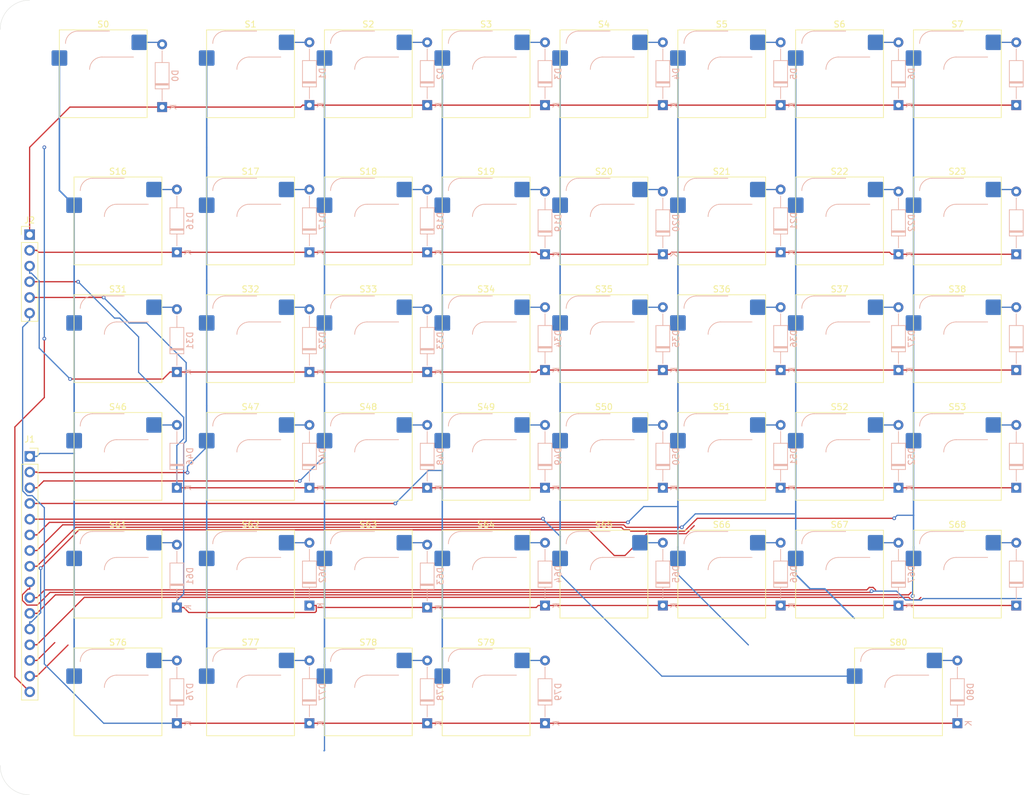
<source format=kicad_pcb>
(kicad_pcb (version 20240108) (generator "pcbnew") (generator_version "8.0")
  (title_block (title "Matrix Board 0") (date "2024-10-04") (rev "0") (company "Psycho Duck"))
  (layers (0 "F.Cu" signal) (31 "B.Cu" signal) (34 "B.Paste" user) (35 "F.Paste" user) (36 "B.SilkS" user "B.Silkscreen") (37 "F.SilkS" user "F.Silkscreen") (38 "B.Mask" user) (39 "F.Mask" user) (44 "Edge.Cuts" user))
  (net 0 "")
  (net 1 "/Row0")
  (net 2 "Net-(D1-A)")
  (net 3 "/Row1")
  (net 4 "Net-(D2-A)")
  (net 5 "Net-(D3-A)")
  (net 6 "/Row2")
  (net 7 "/Row3")
  (net 8 "Net-(D4-A)")
  (net 9 "/Row4")
  (net 10 "Net-(D5-A)")
  (net 11 "/Row5")
  (net 12 "Net-(D6-A)")
  (net 13 "Net-(D7-A)")
  (net 14 "Net-(D16-A)")
  (net 15 "Net-(D17-A)")
  (net 16 "Net-(D18-A)")
  (net 17 "Net-(D19-A)")
  (net 18 "Net-(D20-A)")
  (net 19 "Net-(D21-A)")
  (net 20 "Net-(D22-A)")
  (net 21 "Net-(D23-A)")
  (net 22 "Net-(D31-A)")
  (net 23 "Net-(D32-A)")
  (net 24 "Net-(D33-A)")
  (net 25 "Net-(D34-A)")
  (net 26 "Net-(D35-A)")
  (net 27 "Net-(D36-A)")
  (net 28 "Net-(D37-A)")
  (net 29 "Net-(D38-A)")
  (net 30 "Net-(D46-A)")
  (net 31 "Net-(D47-A)")
  (net 32 "Net-(D48-A)")
  (net 33 "Net-(D49-A)")
  (net 34 "Net-(D50-A)")
  (net 35 "Net-(D51-A)")
  (net 36 "Net-(D52-A)")
  (net 37 "Net-(D53-A)")
  (net 38 "Net-(D61-A)")
  (net 39 "Net-(D62-A)")
  (net 40 "Net-(D63-A)")
  (net 41 "Net-(D64-A)")
  (net 42 "Net-(D65-A)")
  (net 43 "Net-(D66-A)")
  (net 44 "Net-(D67-A)")
  (net 45 "Net-(D68-A)")
  (net 46 "Net-(D76-A)")
  (net 47 "Net-(D77-A)")
  (net 48 "Net-(D78-A)")
  (net 49 "Net-(D79-A)")
  (net 50 "Net-(D80-A)")
  (net 51 "/Col8")
  (net 52 "/Col14")
  (net 53 "/Col7")
  (net 54 "/Col9")
  (net 55 "/Col11")
  (net 56 "/Col6")
  (net 57 "/Col15")
  (net 58 "/Col13")
  (net 59 "/Col10")
  (net 60 "/Col1")
  (net 61 "/Col5")
  (net 62 "/Col4")
  (net 63 "/Col12")
  (net 64 "/Col0")
  (net 65 "/Col3")
  (net 66 "/Col2")
  (net 67 "Net-(D0-A)")
  (footprint "ScottoKeebs_Hotswap:Hotswap_MX_1.00u" (layer "F.Cu") (at 132.65625 119.22125)
    (property "Reference" "S66")
    (property "Value" "Keyswitch")
  )
  (footprint "ScottoKeebs_Hotswap:Hotswap_MX_1.00u" (layer "F.Cu") (at 151.70625 100.17125)
    (property "Reference" "S52")
    (property "Value" "Keyswitch")
  )
  (footprint "ScottoKeebs_Hotswap:Hotswap_MX_1.00u" (layer "F.Cu") (at 161.23125 138.27125)
    (property "Reference" "S80")
    (property "Value" "Keyswitch")
  )
  (footprint "ScottoKeebs_Hotswap:Hotswap_MX_1.00u" (layer "F.Cu") (at 75.50625 38.25875)
    (property "Reference" "S2")
    (property "Value" "Keyswitch")
  )
  (footprint "ScottoKeebs_Hotswap:Hotswap_MX_1.00u" (layer "F.Cu") (at 56.45625 119.22125)
    (property "Reference" "S62")
    (property "Value" "Keyswitch")
  )
  (footprint "ScottoKeebs_Hotswap:Hotswap_MX_1.00u" (layer "F.Cu") (at 35.02495 119.22125)
    (property "Reference" "S61")
    (property "Value" "Keyswitch")
  )
  (footprint "ScottoKeebs_Hotswap:Hotswap_MX_1.00u" (layer "F.Cu") (at 35.02495 100.17125)
    (property "Reference" "S46")
    (property "Value" "Keyswitch")
  )
  (footprint "ScottoKeebs_Hotswap:Hotswap_MX_1.00u" (layer "F.Cu") (at 35.02495 62.07125)
    (property "Reference" "S16")
    (property "Value" "Keyswitch")
  )
  (footprint "Connector_PinHeader_2.54mm:PinHeader_1x06_P2.54mm_Vertical" (layer "F.Cu") (at 20.73745 64.29375)
    (property "Reference" "J2")
    (property "Value" "Conn_01x06")
  )
  (footprint "ScottoKeebs_Hotswap:Hotswap_MX_1.00u" (layer "F.Cu") (at 35.02495 81.12125)
    (property "Reference" "S31")
    (property "Value" "Keyswitch")
  )
  (footprint "ScottoKeebs_Hotswap:Hotswap_MX_1.00u" (layer "F.Cu") (at 56.45625 38.25875)
    (property "Reference" "S1")
    (property "Value" "Keyswitch")
  )
  (footprint "ScottoKeebs_Hotswap:Hotswap_MX_1.00u" (layer "F.Cu") (at 151.70625 119.22125)
    (property "Reference" "S67")
    (property "Value" "Keyswitch")
  )
  (footprint "ScottoKeebs_Hotswap:Hotswap_MX_1.00u" (layer "F.Cu") (at 75.50625 138.27125)
    (property "Reference" "S78")
    (property "Value" "Keyswitch")
  )
  (footprint "ScottoKeebs_Hotswap:Hotswap_MX_1.00u" (layer "F.Cu") (at 170.75625 81.12125)
    (property "Reference" "S38")
    (property "Value" "Keyswitch")
  )
  (footprint "ScottoKeebs_Hotswap:Hotswap_MX_1.00u" (layer "F.Cu") (at 56.45625 81.12125)
    (property "Reference" "S32")
    (property "Value" "Keyswitch")
  )
  (footprint "ScottoKeebs_Hotswap:Hotswap_MX_1.00u" (layer "F.Cu") (at 170.75625 100.17125)
    (property "Reference" "S53")
    (property "Value" "Keyswitch")
  )
  (footprint "ScottoKeebs_Hotswap:Hotswap_MX_1.00u" (layer "F.Cu") (at 113.60625 38.25875)
    (property "Reference" "S4")
    (property "Value" "Keyswitch")
  )
  (footprint "ScottoKeebs_Hotswap:Hotswap_MX_1.00u" (layer "F.Cu") (at 132.65625 38.25875)
    (property "Reference" "S5")
    (property "Value" "Keyswitch")
  )
  (footprint "ScottoKeebs_Hotswap:Hotswap_MX_1.00u" (layer "F.Cu") (at 94.55625 100.17125)
    (property "Reference" "S49")
    (property "Value" "Keyswitch")
  )
  (footprint "ScottoKeebs_Hotswap:Hotswap_MX_1.00u" (layer "F.Cu") (at 132.65625 100.17125)
    (property "Reference" "S51")
    (property "Value" "Keyswitch")
  )
  (footprint "ScottoKeebs_Hotswap:Hotswap_MX_1.00u" (layer "F.Cu") (at 132.65625 62.07125)
    (property "Reference" "S21")
    (property "Value" "Keyswitch")
  )
  (footprint "ScottoKeebs_Hotswap:Hotswap_MX_1.00u" (layer "F.Cu") (at 113.60625 100.17125)
    (property "Reference" "S50")
    (property "Value" "Keyswitch")
  )
  (footprint "ScottoKeebs_Hotswap:Hotswap_MX_1.00u" (layer "F.Cu") (at 75.50625 62.07125)
    (property "Reference" "S18")
    (property "Value" "Keyswitch")
  )
  (footprint "ScottoKeebs_Hotswap:Hotswap_MX_1.00u" (layer "F.Cu") (at 170.75625 38.25875)
    (property "Reference" "S7")
    (property "Value" "Keyswitch")
  )
  (footprint "ScottoKeebs_Hotswap:Hotswap_MX_1.00u" (layer "F.Cu") (at 94.55625 119.22125)
    (property "Reference" "S64")
    (property "Value" "Keyswitch")
  )
  (footprint "ScottoKeebs_Hotswap:Hotswap_MX_1.00u" (layer "F.Cu") (at 75.50625 81.12125)
    (property "Reference" "S33")
    (property "Value" "Keyswitch")
  )
  (footprint "ScottoKeebs_Hotswap:Hotswap_MX_1.00u" (layer "F.Cu") (at 151.70625 38.25875)
    (property "Reference" "S6")
    (property "Value" "Keyswitch")
  )
  (footprint "ScottoKeebs_Hotswap:Hotswap_MX_1.00u" (layer "F.Cu") (at 94.55625 138.27125)
    (property "Reference" "S79")
    (property "Value" "Keyswitch")
  )
  (footprint "ScottoKeebs_Hotswap:Hotswap_MX_1.00u" (layer "F.Cu") (at 113.60625 119.22125)
    (property "Reference" "S65")
    (property "Value" "Keyswitch")
  )
  (footprint "ScottoKeebs_Hotswap:Hotswap_MX_1.00u" (layer "F.Cu") (at 56.45625 138.27125)
    (property "Reference" "S77")
    (property "Value" "Keyswitch")
  )
  (footprint "ScottoKeebs_Hotswap:Hotswap_MX_1.00u" (layer "F.Cu") (at 56.45625 62.07125)
    (property "Reference" "S17")
    (property "Value" "Keyswitch")
  )
  (footprint "ScottoKeebs_Hotswap:Hotswap_MX_1.00u" (layer "F.Cu") (at 113.60625 81.12125)
    (property "Reference" "S35")
    (property "Value" "Keyswitch")
  )
  (footprint "ScottoKeebs_Hotswap:Hotswap_MX_1.00u" (layer "F.Cu") (at 151.70625 81.12125)
    (property "Reference" "S37")
    (property "Value" "Keyswitch")
  )
  (footprint "ScottoKeebs_Hotswap:Hotswap_MX_1.00u" (layer "F.Cu") (at 94.55625 38.25875)
    (property "Reference" "S3")
    (property "Value" "Keyswitch")
  )
  (footprint "ScottoKeebs_Hotswap:Hotswap_MX_1.00u" (layer "F.Cu") (at 132.65625 81.12125)
    (property "Reference" "S36")
    (property "Value" "Keyswitch")
  )
  (footprint "ScottoKeebs_Hotswap:Hotswap_MX_1.00u" (layer "F.Cu") (at 170.75625 119.22125)
    (property "Reference" "S68")
    (property "Value" "Keyswitch")
  )
  (footprint "ScottoKeebs_Hotswap:Hotswap_MX_1.00u" (layer "F.Cu") (at 75.50625 119.22125)
    (property "Reference" "S63")
    (property "Value" "Keyswitch")
  )
  (footprint "ScottoKeebs_Hotswap:Hotswap_MX_1.00u" (layer "F.Cu") (at 75.50625 100.17125)
    (property "Reference" "S48")
    (property "Value" "Keyswitch")
  )
  (footprint "ScottoKeebs_Hotswap:Hotswap_MX_1.00u" (layer "F.Cu") (at 94.55625 81.12125)
    (property "Reference" "S34")
    (property "Value" "Keyswitch")
  )
  (footprint "ScottoKeebs_Hotswap:Hotswap_MX_1.00u" (layer "F.Cu") (at 32.64375 38.25875)
    (property "Reference" "S0")
    (property "Value" "Keyswitch")
  )
  (footprint "ScottoKeebs_Hotswap:Hotswap_MX_1.00u" (layer "F.Cu") (at 170.75625 62.07125)
    (property "Reference" "S23")
    (property "Value" "Keyswitch")
  )
  (footprint "ScottoKeebs_Hotswap:Hotswap_MX_1.00u" (layer "F.Cu") (at 94.55625 62.07125)
    (property "Reference" "S19")
    (property "Value" "Keyswitch")
  )
  (footprint "ScottoKeebs_Hotswap:Hotswap_MX_1.00u" (layer "F.Cu") (at 151.70625 62.07125)
    (property "Reference" "S22")
    (property "Value" "Keyswitch")
  )
  (footprint "ScottoKeebs_Hotswap:Hotswap_MX_1.00u" (layer "F.Cu") (at 113.60625 62.07125)
    (property "Reference" "S20")
    (property "Value" "Keyswitch")
  )
  (footprint "ScottoKeebs_Hotswap:Hotswap_MX_1.00u" (layer "F.Cu") (at 56.45625 100.17125)
    (property "Reference" "S47")
    (property "Value" "Keyswitch")
  )
  (footprint "Connector_PinSocket_2.54mm:PinSocket_1x16_P2.54mm_Vertical" (layer "F.Cu") (at 20.76245 100.17125)
    (property "Reference" "J1")
    (property "Value" "Conn_01x16")
  )
  (footprint "ScottoKeebs_Hotswap:Hotswap_MX_1.00u" (layer "F.Cu") (at 35.02495 138.27125)
    (property "Reference" "S76")
    (property "Value" "Keyswitch")
  )
  (footprint "Diode_THT:D_DO-35_SOD27_P10.16mm_Horizontal" (layer "B.Cu") (at 180.28125 43.33875 90)
    (property "Reference" "D7" (hide yes))
    (property "Value" "Diode")
  )
  (footprint "Diode_THT:D_DO-35_SOD27_P10.16mm_Horizontal" (layer "B.Cu") (at 44.54995 124.61875 90)
    (property "Reference" "D61")
    (property "Value" "Diode")
  )
  (footprint "Diode_THT:D_DO-35_SOD27_P10.16mm_Horizontal" (layer "B.Cu") (at 123.13125 105.25125 90)
    (property "Reference" "D50")
    (property "Value" "Diode")
  )
  (footprint "Diode_THT:D_DO-35_SOD27_P10.16mm_Horizontal" (layer "B.Cu") (at 65.98125 143.35125 90)
    (property "Reference" "D77")
    (property "Value" "Diode")
  )
  (footprint "Diode_THT:D_DO-35_SOD27_P10.16mm_Horizontal" (layer "B.Cu") (at 161.23125 86.20125 90)
    (property "Reference" "D37")
    (property "Value" "Diode")
  )
  (footprint "Diode_THT:D_DO-35_SOD27_P10.16mm_Horizontal" (layer "B.Cu") (at 42.16875 43.65625 90)
    (property "Reference" "D0")
    (property "Value" "Diode")
  )
  (footprint "Diode_THT:D_DO-35_SOD27_P10.16mm_Horizontal" (layer "B.Cu") (at 142.18125 43.33875 90)
    (property "Reference" "D5")
    (property "Value" "Diode")
  )
  (footprint "Diode_THT:D_DO-35_SOD27_P10.16mm_Horizontal" (layer "B.Cu") (at 170.75625 143.35125 90)
    (property "Reference" "D80")
    (property "Value" "Diode")
  )
  (footprint "Diode_THT:D_DO-35_SOD27_P10.16mm_Horizontal" (layer "B.Cu") (at 123.13125 86.20125 90)
    (property "Reference" "D35")
    (property "Value" "Diode")
  )
  (footprint "Diode_THT:D_DO-35_SOD27_P10.16mm_Horizontal" (layer "B.Cu") (at 142.18125 105.25125 90)
    (property "Reference" "D51")
    (property "Value" "Diode")
  )
  (footprint "Diode_THT:D_DO-35_SOD27_P10.16mm_Horizontal" (layer "B.Cu") (at 104.08125 67.46875 90)
    (property "Reference" "D19")
    (property "Value" "Diode")
  )
  (footprint "Diode_THT:D_DO-35_SOD27_P10.16mm_Horizontal" (layer "B.Cu") (at 104.08125 143.35125 90)
    (property "Reference" "D79")
    (property "Value" "Diode")
  )
  (footprint "Diode_THT:D_DO-35_SOD27_P10.16mm_Horizontal" (layer "B.Cu") (at 65.98125 86.51875 90)
    (property "Reference" "D32")
    (property "Value" "Diode")
  )
  (footprint "Diode_THT:D_DO-35_SOD27_P10.16mm_Horizontal" (layer "B.Cu") (at 65.98125 105.25125 90)
    (property "Reference" "D47")
    (property "Value" "Diode")
  )
  (footprint "Diode_THT:D_DO-35_SOD27_P10.16mm_Horizontal" (layer "B.Cu") (at 180.28125 67.46875 90)
    (property "Reference" "D23" (hide yes))
    (property "Value" "Diode")
  )
  (footprint "Diode_THT:D_DO-35_SOD27_P10.16mm_Horizontal" (layer "B.Cu") (at 180.28125 86.20125 90)
    (property "Reference" "D38" (hide yes))
    (property "Value" "Diode")
  )
  (footprint "Diode_THT:D_DO-35_SOD27_P10.16mm_Horizontal" (layer "B.Cu") (at 180.28125 124.30125 90)
    (property "Reference" "D68" (hide yes))
    (property "Value" "Diode")
  )
  (footprint "Diode_THT:D_DO-35_SOD27_P10.16mm_Horizontal" (layer "B.Cu") (at 180.28125 105.25125 90)
    (property "Reference" "D53" (hide yes))
    (property "Value" "Diode")
  )
  (footprint "Diode_THT:D_DO-35_SOD27_P10.16mm_Horizontal" (layer "B.Cu") (at 85.03125 143.35125 90)
    (property "Reference" "D78")
    (property "Value" "Diode")
  )
  (footprint "Diode_THT:D_DO-35_SOD27_P10.16mm_Horizontal" (layer "B.Cu") (at 142.18125 67.15125 90)
    (property "Reference" "D21")
    (property "Value" "Diode")
  )
  (footprint "Diode_THT:D_DO-35_SOD27_P10.16mm_Horizontal" (layer "B.Cu") (at 123.13125 43.33875 90)
    (property "Reference" "D4")
    (property "Value" "Diode")
  )
  (footprint "Diode_THT:D_DO-35_SOD27_P10.16mm_Horizontal" (layer "B.Cu") (at 65.98125 124.30125 90)
    (property "Reference" "D62")
    (property "Value" "Diode")
  )
  (footprint "Diode_THT:D_DO-35_SOD27_P10.16mm_Horizontal" (layer "B.Cu") (at 104.08125 105.25125 90)
    (property "Reference" "D49")
    (property "Value" "Diode")
  )
  (footprint "Diode_THT:D_DO-35_SOD27_P10.16mm_Horizontal" (layer "B.Cu") (at 161.23125 43.33875 90)
    (property "Reference" "D6")
    (property "Value" "Diode")
  )
  (footprint "Diode_THT:D_DO-35_SOD27_P10.16mm_Horizontal" (layer "B.Cu") (at 161.23125 67.46875 90)
    (property "Reference" "D22")
    (property "Value" "Diode")
  )
  (footprint "Diode_THT:D_DO-35_SOD27_P10.16mm_Horizontal" (layer "B.Cu") (at 104.08125 86.20125 90)
    (property "Reference" "D34")
    (property "Value" "Diode")
  )
  (footprint "Diode_THT:D_DO-35_SOD27_P10.16mm_Horizontal" (layer "B.Cu") (at 85.03125 124.61875 90)
    (property "Reference" "D63")
    (property "Value" "Diode")
  )
  (footprint "Diode_THT:D_DO-35_SOD27_P10.16mm_Horizontal" (layer "B.Cu") (at 44.54995 143.35125 90)
    (property "Reference" "D76")
    (property "Value" "Diode")
  )
  (footprint "Diode_THT:D_DO-35_SOD27_P10.16mm_Horizontal" (layer "B.Cu") (at 44.54995 105.25125 90)
    (property "Reference" "D46")
    (property "Value" "Diode")
  )
  (footprint "Diode_THT:D_DO-35_SOD27_P10.16mm_Horizontal" (layer "B.Cu") (at 85.03125 86.51875 90)
    (property "Reference" "D33")
    (property "Value" "Diode")
  )
  (footprint "Diode_THT:D_DO-35_SOD27_P10.16mm_Horizontal" (layer "B.Cu") (at 161.23125 105.25125 90)
    (property "Reference" "D52")
    (property "Value" "Diode")
  )
  (footprint "Diode_THT:D_DO-35_SOD27_P10.16mm_Horizontal" (layer "B.Cu") (at 142.18125 86.20125 90)
    (property "Reference" "D36")
    (property "Value" "Diode")
  )
  (footprint "Diode_THT:D_DO-35_SOD27_P10.16mm_Horizontal" (layer "B.Cu") (at 85.03125 67.15125 90)
    (property "Reference" "D18")
    (property "Value" "Diode")
  )
  (footprint "Diode_THT:D_DO-35_SOD27_P10.16mm_Horizontal" (layer "B.Cu") (at 104.08125 124.30125 90)
    (property "Reference" "D64")
    (property "Value" "Diode")
  )
  (footprint "Diode_THT:D_DO-35_SOD27_P10.16mm_Horizontal" (layer "B.Cu") (at 44.54995 67.15125 90)
    (property "Reference" "D16")
    (property "Value" "Diode")
  )
  (footprint "Diode_THT:D_DO-35_SOD27_P10.16mm_Horizontal" (layer "B.Cu") (at 65.98125 43.33875 90)
    (property "Reference" "D1")
    (property "Value" "Diode")
  )
  (footprint "Diode_THT:D_DO-35_SOD27_P10.16mm_Horizontal" (layer "B.Cu") (at 142.18125 124.30125 90)
    (property "Reference" "D66")
    (property "Value" "Diode")
  )
  (footprint "Diode_THT:D_DO-35_SOD27_P10.16mm_Horizontal" (layer "B.Cu") (at 85.03125 105.25125 90)
    (property "Reference" "D48")
    (property "Value" "Diode")
  )
  (footprint "Diode_THT:D_DO-35_SOD27_P10.16mm_Horizontal" (layer "B.Cu") (at 161.23125 124.30125 90)
    (property "Reference" "D67")
    (property "Value" "Diode")
  )
  (footprint "Diode_THT:D_DO-35_SOD27_P10.16mm_Horizontal" (layer "B.Cu") (at 44.54995 86.51875 90)
    (property "Reference" "D31")
    (property "Value" "Diode")
  )
  (footprint "Diode_THT:D_DO-35_SOD27_P10.16mm_Horizontal" (layer "B.Cu") (at 85.03125 43.33875 90)
    (property "Reference" "D2")
    (property "Value" "Diode")
  )
  (footprint "Diode_THT:D_DO-35_SOD27_P10.16mm_Horizontal" (layer "B.Cu") (at 123.13125 67.46875 90)
    (property "Reference" "D20")
    (property "Value" "Diode")
  )
  (footprint "Diode_THT:D_DO-35_SOD27_P10.16mm_Horizontal" (layer "B.Cu") (at 123.13125 124.30125 90)
    (property "Reference" "D65")
    (property "Value" "Diode")
  )
  (footprint "Diode_THT:D_DO-35_SOD27_P10.16mm_Horizontal" (layer "B.Cu") (at 65.98125 67.15125 90)
    (property "Reference" "D17")
    (property "Value" "Diode")
  )
  (footprint "Diode_THT:D_DO-35_SOD27_P10.16mm_Horizontal" (layer "B.Cu") (at 104.08125 43.33875 90)
    (property "Reference" "D3")
    (property "Value" "Diode")
  )
  (gr_arc (start 15.97495 31.115) (mid 17.369854 27.747404) (end 20.73745 26.3525) (stroke (width 0.05)) (layer "Edge.Cuts"))
  (gr_arc (start 20.73745 154.94) (mid 17.369854 153.545096) (end 15.97495 150.1775) (stroke (width 0.05)) (layer "Edge.Cuts"))
  (segment (start 64.56205 43.65625) (end 64.87955 43.33875) (width 0.2) (layer "F.Cu") (net 1))
  (segment (start 104.08125 43.33875) (end 123.13125 43.33875) (width 0.2) (layer "F.Cu") (net 1))
  (segment (start 65.98125 43.33875) (end 64.87955 43.33875) (width 0.2) (layer "F.Cu") (net 1))
  (segment (start 27.2462 43.65625) (end 20.73745 50.165) (width 0.2) (layer "F.Cu") (net 1))
  (segment (start 161.23125 43.33875) (end 180.28125 43.33875) (width 0.2) (layer "F.Cu") (net 1))
  (segment (start 85.03125 43.33875) (end 104.08125 43.33875) (width 0.2) (layer "F.Cu") (net 1))
  (segment (start 123.13125 43.33875) (end 142.18125 43.33875) (width 0.2) (layer "F.Cu") (net 1))
  (segment (start 142.18125 43.33875) (end 161.23125 43.33875) (width 0.2) (layer "F.Cu") (net 1))
  (segment (start 42.16875 43.65625) (end 64.56205 43.65625) (width 0.2) (layer "F.Cu") (net 1))
  (segment (start 20.73745 50.165) (end 20.73745 64.29375) (width 0.2) (layer "F.Cu") (net 1))
  (segment (start 42.16875 43.65625) (end 27.2462 43.65625) (width 0.2) (layer "F.Cu") (net 1))
  (segment (start 85.03125 43.33875) (end 65.98125 43.33875) (width 0.2) (layer "F.Cu") (net 1))
  (segment (start 62.29815 33.17875) (end 62.29825 33.17875) (width 0.2) (layer "B.Cu") (net 2))
  (segment (start 62.29825 33.17875) (end 65.98115 33.17875) (width 0.2) (layer "B.Cu") (net 2))
  (segment (start 65.98115 33.17875) (end 65.98125 33.17875) (width 0.2) (layer "B.Cu") (net 2))
  (segment (start 20.73745 66.83375) (end 21.88915 66.83375) (width 0.2) (layer "F.Cu") (net 3))
  (segment (start 22.20665 67.15125) (end 21.88915 66.83375) (width 0.2) (layer "F.Cu") (net 3))
  (segment (start 85.03125 67.15125) (end 102.66205 67.15125) (width 0.2) (layer "F.Cu") (net 3))
  (segment (start 142.18125 67.15125) (end 159.81205 67.15125) (width 0.2) (layer "F.Cu") (net 3))
  (segment (start 123.13125 67.46875) (end 104.08125 67.46875) (width 0.2) (layer "F.Cu") (net 3))
  (segment (start 65.98125 67.15125) (end 44.54995 67.15125) (width 0.2) (layer "F.Cu") (net 3))
  (segment (start 44.54995 67.15125) (end 22.20665 67.15125) (width 0.2) (layer "F.Cu") (net 3))
  (segment (start 161.23125 67.46875) (end 180.28125 67.46875) (width 0.2) (layer "F.Cu") (net 3))
  (segment (start 124.55045 67.15125) (end 142.18125 67.15125) (width 0.2) (layer "F.Cu") (net 3))
  (segment (start 123.13125 67.46875) (end 124.23295 67.46875) (width 0.2) (layer "F.Cu") (net 3))
  (segment (start 104.08125 67.46875) (end 102.97955 67.46875) (width 0.2) (layer "F.Cu") (net 3))
  (segment (start 65.98125 67.15125) (end 85.03125 67.15125) (width 0.2) (layer "F.Cu") (net 3))
  (segment (start 161.23125 67.46875) (end 160.12955 67.46875) (width 0.2) (layer "F.Cu") (net 3))
  (segment (start 159.81205 67.15125) (end 160.12955 67.46875) (width 0.2) (layer "F.Cu") (net 3))
  (segment (start 102.66205 67.15125) (end 102.97955 67.46875) (width 0.2) (layer "F.Cu") (net 3))
  (segment (start 124.23295 67.46875) (end 124.55045 67.15125) (width 0.2) (layer "F.Cu") (net 3))
  (segment (start 81.34815 33.17875) (end 81.34825 33.17875) (width 0.2) (layer "B.Cu") (net 4))
  (segment (start 81.34825 33.17875) (end 85.03115 33.17875) (width 0.2) (layer "B.Cu") (net 4))
  (segment (start 85.03115 33.17875) (end 85.03125 33.17875) (width 0.2) (layer "B.Cu") (net 4))
  (segment (start 100.39815 33.17875) (end 100.39825 33.17875) (width 0.2) (layer "B.Cu") (net 5))
  (segment (start 104.08115 33.17875) (end 104.08125 33.17875) (width 0.2) (layer "B.Cu") (net 5))
  (segment (start 100.39825 33.17875) (end 104.08115 33.17875) (width 0.2) (layer "B.Cu") (net 5))
  (segment (start 104.08125 86.20125) (end 102.97955 86.20125) (width 0.2) (layer "F.Cu") (net 6))
  (segment (start 161.23125 86.20125) (end 162.33295 86.20125) (width 0.2) (layer "F.Cu") (net 6))
  (segment (start 44.54995 86.51875) (end 65.98125 86.51875) (width 0.2) (layer "F.Cu") (net 6))
  (segment (start 44.54995 86.51875) (end 43.44825 86.51875) (width 0.2) (layer "F.Cu") (net 6))
  (segment (start 123.13125 86.20125) (end 142.18125 86.20125) (width 0.2) (layer "F.Cu") (net 6))
  (segment (start 102.66205 86.51875) (end 102.97955 86.20125) (width 0.2) (layer "F.Cu") (net 6))
  (segment (start 142.18125 86.20125) (end 161.23125 86.20125) (width 0.2) (layer "F.Cu") (net 6))
  (segment (start 180.28125 86.20125) (end 162.33295 86.20125) (width 0.2) (layer "F.Cu") (net 6))
  (segment (start 85.03125 86.51875) (end 102.66205 86.51875) (width 0.2) (layer "F.Cu") (net 6))
  (segment (start 104.08125 86.20125) (end 123.13125 86.20125) (width 0.2) (layer "F.Cu") (net 6))
  (segment (start 65.98125 86.51875) (end 85.03125 86.51875) (width 0.2) (layer "F.Cu") (net 6))
  (segment (start 42.31105 87.65595) (end 27.29205 87.65595) (width 0.2) (layer "F.Cu") (net 6))
  (segment (start 43.44825 86.51875) (end 42.31105 87.65595) (width 0.2) (layer "F.Cu") (net 6))
  (via (at 27.29205 87.65595) (size 0.6) (drill 0.3) (layers "F.Cu" "B.Cu") (net 6))
  (segment (start 22.29085 82.65475) (end 22.29085 71.79085) (width 0.2) (layer "B.Cu") (net 6))
  (segment (start 20.73745 69.37375) (end 20.73745 70.52545) (width 0.2) (layer "B.Cu") (net 6))
  (segment (start 21.02545 70.52545) (end 20.73745 70.52545) (width 0.2) (layer "B.Cu") (net 6))
  (segment (start 27.29205 87.65595) (end 22.29085 82.65475) (width 0.2) (layer "B.Cu") (net 6))
  (segment (start 22.29085 71.79085) (end 21.02545 70.52545) (width 0.2) (layer "B.Cu") (net 6))
  (segment (start 104.08125 105.25125) (end 123.13125 105.25125) (width 0.2) (layer "F.Cu") (net 7))
  (segment (start 161.23125 105.25125) (end 142.18125 105.25125) (width 0.2) (layer "F.Cu") (net 7))
  (segment (start 85.03125 105.25125) (end 104.08125 105.25125) (width 0.2) (layer "F.Cu") (net 7))
  (segment (start 20.73745 71.91375) (end 28.58305 71.91375) (width 0.2) (layer "F.Cu") (net 7))
  (segment (start 85.03125 105.25125) (end 65.98125 105.25125) (width 0.2) (layer "F.Cu") (net 7))
  (segment (start 65.98125 105.25125) (end 44.54995 105.25125) (width 0.2) (layer "F.Cu") (net 7))
  (segment (start 180.28125 105.25125) (end 161.23125 105.25125) (width 0.2) (layer "F.Cu") (net 7))
  (segment (start 142.18125 105.25125) (end 123.13125 105.25125) (width 0.2) (layer "F.Cu") (net 7))
  (via (at 28.58305 71.91375) (size 0.6) (drill 0.3) (layers "F.Cu" "B.Cu") (net 7))
  (segment (start 34.46725 77.79795) (end 28.58305 71.91375) (width 0.2) (layer "B.Cu") (net 7))
  (segment (start 35.31735 77.79795) (end 34.46725 77.79795) (width 0.2) (layer "B.Cu") (net 7))
  (segment (start 38.36055 80.84115) (end 35.31735 77.79795) (width 0.2) (layer "B.Cu") (net 7))
  (segment (start 45.65165 97.31375) (end 45.65165 93.85745) (width 0.2) (layer "B.Cu") (net 7))
  (segment (start 44.54995 98.41545) (end 45.65165 97.31375) (width 0.2) (layer "B.Cu") (net 7))
  (segment (start 45.65165 93.85745) (end 38.36055 86.56635) (width 0.2) (layer "B.Cu") (net 7))
  (segment (start 38.36055 86.56635) (end 38.36055 80.84115) (width 0.2) (layer "B.Cu") (net 7))
  (segment (start 44.54995 105.25125) (end 44.54995 98.41545) (width 0.2) (layer "B.Cu") (net 7))
  (segment (start 119.44795 33.17875) (end 119.44825 33.17875) (width 0.2) (layer "B.Cu") (net 8))
  (segment (start 119.44825 33.17875) (end 123.13095 33.17875) (width 0.2) (layer "B.Cu") (net 8))
  (segment (start 123.13095 33.17875) (end 123.13125 33.17875) (width 0.2) (layer "B.Cu") (net 8))
  (segment (start 180.28125 124.30125) (end 179.17955 124.30125) (width 0.2) (layer "F.Cu") (net 9))
  (segment (start 65.98125 124.30125) (end 67.08295 124.30125) (width 0.2) (layer "F.Cu") (net 9))
  (segment (start 104.08125 124.30125) (end 123.13125 124.30125) (width 0.2) (layer "F.Cu") (net 9))
  (segment (start 85.03125 124.61875) (end 83.92955 124.61875) (width 0.2) (layer "F.Cu") (net 9))
  (segment (start 44.54995 124.61875) (end 45.65165 124.61875) (width 0.2) (layer "F.Cu") (net 9))
  (segment (start 67.08295 124.60825) (end 67.09345 124.61875) (width 0.2) (layer "F.Cu") (net 9))
  (segment (start 161.23125 124.30125) (end 179.17955 124.30125) (width 0.2) (layer "F.Cu") (net 9))
  (segment (start 66.89045 125.43075) (end 46.46365 125.43075) (width 0.2) (layer "F.Cu") (net 9))
  (segment (start 83.92955 124.61875) (end 67.09345 124.61875) (width 0.2) (layer "F.Cu") (net 9))
  (segment (start 67.08295 124.30125) (end 67.08295 124.60825) (width 0.2) (layer "F.Cu") (net 9))
  (segment (start 67.09345 124.61875) (end 67.09345 125.22775) (width 0.2) (layer "F.Cu") (net 9))
  (segment (start 85.03125 124.61875) (end 102.66205 124.61875) (width 0.2) (layer "F.Cu") (net 9))
  (segment (start 104.08125 124.30125) (end 102.97955 124.30125) (width 0.2) (layer "F.Cu") (net 9))
  (segment (start 123.13125 124.30125) (end 142.18125 124.30125) (width 0.2) (layer "F.Cu") (net 9))
  (segment (start 142.18125 124.30125) (end 161.23125 124.30125) (width 0.2) (layer "F.Cu") (net 9))
  (segment (start 67.09345 125.22775) (end 66.89045 125.43075) (width 0.2) (layer "F.Cu") (net 9))
  (segment (start 102.66205 124.61875) (end 102.97955 124.30125) (width 0.2) (layer "F.Cu") (net 9))
  (segment (start 46.46365 125.43075) (end 45.65165 124.61875) (width 0.2) (layer "F.Cu") (net 9))
  (segment (start 20.73745 74.45375) (end 32.70585 74.45375) (width 0.2) (layer "F.Cu") (net 9))
  (via (at 32.70585 74.45375) (size 0.6) (drill 0.3) (layers "F.Cu" "B.Cu") (net 9))
  (segment (start 45.65165 98.08195) (end 46.05335 97.68025) (width 0.2) (layer "B.Cu") (net 9))
  (segment (start 46.05335 97.68025) (end 46.05335 85.00015) (width 0.2) (layer "B.Cu") (net 9))
  (segment (start 45.65165 122.41535) (end 45.65165 98.08195) (width 0.2) (layer "B.Cu") (net 9))
  (segment (start 39.64645 78.59325) (end 36.84535 78.59325) (width 0.2) (layer "B.Cu") (net 9))
  (segment (start 44.54995 123.51705) (end 45.65165 122.41535) (width 0.2) (layer "B.Cu") (net 9))
  (segment (start 36.84535 78.59325) (end 32.70585 74.45375) (width 0.2) (layer "B.Cu") (net 9))
  (segment (start 44.54995 124.61875) (end 44.54995 123.51705) (width 0.2) (layer "B.Cu") (net 9))
  (segment (start 46.05335 85.00015) (end 39.64645 78.59325) (width 0.2) (layer "B.Cu") (net 9))
  (segment (start 142.18095 33.17875) (end 142.18125 33.17875) (width 0.2) (layer "B.Cu") (net 10))
  (segment (start 138.49825 33.17875) (end 142.18095 33.17875) (width 0.2) (layer "B.Cu") (net 10))
  (segment (start 138.49795 33.17875) (end 138.49825 33.17875) (width 0.2) (layer "B.Cu") (net 10))
  (segment (start 170.75625 143.35125) (end 104.08125 143.35125) (width 0.2) (layer "F.Cu") (net 11))
  (segment (start 85.03125 143.35125) (end 65.98125 143.35125) (width 0.2) (layer "F.Cu") (net 11))
  (segment (start 44.54995 143.35125) (end 65.98125 143.35125) (width 0.2) (layer "F.Cu") (net 11))
  (segment (start 104.08125 143.35125) (end 85.03125 143.35125) (width 0.2) (layer "F.Cu") (net 11))
  (segment (start 23.12155 133.75465) (end 23.12155 108.48625) (width 0.2) (layer "B.Cu") (net 11))
  (segment (start 20.73745 76.99375) (end 20.73745 78.14545) (width 0.2) (layer "B.Cu") (net 11))
  (segment (start 20.38435 106.52125) (end 19.61075 105.74765) (width 0.2) (layer "B.Cu") (net 11))
  (segment (start 23.12155 108.48625) (end 21.15655 106.52125) (width 0.2) (layer "B.Cu") (net 11))
  (segment (start 19.61075 79.27215) (end 20.73745 78.14545) (width 0.2) (layer "B.Cu") (net 11))
  (segment (start 19.61075 105.74765) (end 19.61075 79.27215) (width 0.2) (layer "B.Cu") (net 11))
  (segment (start 21.15655 106.52125) (end 20.38435 106.52125) (width 0.2) (layer "B.Cu") (net 11))
  (segment (start 32.71815 143.35125) (end 23.12155 133.75465) (width 0.2) (layer "B.Cu") (net 11))
  (segment (start 44.54995 143.35125) (end 32.71815 143.35125) (width 0.2) (layer "B.Cu") (net 11))
  (segment (start 157.54795 33.17875) (end 157.54825 33.17875) (width 0.2) (layer "B.Cu") (net 12))
  (segment (start 161.23095 33.17875) (end 161.23125 33.17875) (width 0.2) (layer "B.Cu") (net 12))
  (segment (start 157.54825 33.17875) (end 161.23095 33.17875) (width 0.2) (layer "B.Cu") (net 12))
  (segment (start 176.59825 33.17875) (end 180.28095 33.17875) (width 0.2) (layer "B.Cu") (net 13))
  (segment (start 176.59795 33.17875) (end 176.59825 33.17875) (width 0.2) (layer "B.Cu") (net 13))
  (segment (start 40.86695 56.99125) (end 44.54995 56.99125) (width 0.2) (layer "B.Cu") (net 14))
  (segment (start 62.29825 56.99125) (end 65.98115 56.99125) (width 0.2) (layer "B.Cu") (net 15))
  (segment (start 65.98115 56.99125) (end 65.98125 56.99125) (width 0.2) (layer "B.Cu") (net 15))
  (segment (start 62.29815 56.99125) (end 62.29825 56.99125) (width 0.2) (layer "B.Cu") (net 15))
  (segment (start 81.34825 56.99125) (end 85.03115 56.99125) (width 0.2) (layer "B.Cu") (net 16))
  (segment (start 81.34815 56.99125) (end 81.34825 56.99125) (width 0.2) (layer "B.Cu") (net 16))
  (segment (start 85.03115 56.99125) (end 85.03125 56.99125) (width 0.2) (layer "B.Cu") (net 16))
  (segment (start 100.39825 56.99125) (end 103.76375 56.99125) (width 0.2) (layer "B.Cu") (net 17))
  (segment (start 100.39815 56.99125) (end 100.39825 56.99125) (width 0.2) (layer "B.Cu") (net 17))
  (segment (start 104.08125 57.30875) (end 104.08115 57.30875) (width 0.2) (layer "B.Cu") (net 17))
  (segment (start 103.76375 56.99125) (end 104.08115 57.30875) (width 0.2) (layer "B.Cu") (net 17))
  (segment (start 119.44825 56.99125) (end 122.81395 56.99125) (width 0.2) (layer "B.Cu") (net 18))
  (segment (start 119.44795 56.99125) (end 119.44825 56.99125) (width 0.2) (layer "B.Cu") (net 18))
  (segment (start 123.13125 57.30875) (end 123.13095 57.30875) (width 0.2) (layer "B.Cu") (net 18))
  (segment (start 122.81395 56.99125) (end 123.13095 57.30875) (width 0.2) (layer "B.Cu") (net 18))
  (segment (start 138.49795 56.99125) (end 138.49825 56.99125) (width 0.2) (layer "B.Cu") (net 19))
  (segment (start 142.18095 56.99125) (end 142.18125 56.99125) (width 0.2) (layer "B.Cu") (net 19))
  (segment (start 138.49825 56.99125) (end 142.18095 56.99125) (width 0.2) (layer "B.Cu") (net 19))
  (segment (start 157.54825 56.99125) (end 160.91395 56.99125) (width 0.2) (layer "B.Cu") (net 20))
  (segment (start 160.91395 56.99125) (end 161.23095 57.30875) (width 0.2) (layer "B.Cu") (net 20))
  (segment (start 161.23125 57.30875) (end 161.23095 57.30875) (width 0.2) (layer "B.Cu") (net 20))
  (segment (start 157.54795 56.99125) (end 157.54825 56.99125) (width 0.2) (layer "B.Cu") (net 20))
  (segment (start 176.59795 56.99125) (end 176.59825 56.99125) (width 0.2) (layer "B.Cu") (net 21))
  (segment (start 176.59825 56.99125) (end 179.96395 56.99125) (width 0.2) (layer "B.Cu") (net 21))
  (segment (start 40.86695 76.04125) (end 44.23245 76.04125) (width 0.2) (layer "B.Cu") (net 22))
  (segment (start 44.23245 76.04125) (end 44.54995 76.35875) (width 0.2) (layer "B.Cu") (net 22))
  (segment (start 65.98125 76.35875) (end 65.98115 76.35875) (width 0.2) (layer "B.Cu") (net 23))
  (segment (start 62.29815 76.04125) (end 62.29825 76.04125) (width 0.2) (layer "B.Cu") (net 23))
  (segment (start 62.29825 76.04125) (end 65.66375 76.04125) (width 0.2) (layer "B.Cu") (net 23))
  (segment (start 65.66375 76.04125) (end 65.98115 76.35875) (width 0.2) (layer "B.Cu") (net 23))
  (segment (start 85.03125 76.35875) (end 85.03115 76.35875) (width 0.2) (layer "B.Cu") (net 24))
  (segment (start 81.34815 76.04125) (end 81.34825 76.04125) (width 0.2) (layer "B.Cu") (net 24))
  (segment (start 81.34825 76.04125) (end 84.71375 76.04125) (width 0.2) (layer "B.Cu") (net 24))
  (segment (start 84.71375 76.04125) (end 85.03115 76.35875) (width 0.2) (layer "B.Cu") (net 24))
  (segment (start 104.08115 76.04125) (end 104.08125 76.04125) (width 0.2) (layer "B.Cu") (net 25))
  (segment (start 100.39815 76.04125) (end 100.39825 76.04125) (width 0.2) (layer "B.Cu") (net 25))
  (segment (start 100.39825 76.04125) (end 104.08115 76.04125) (width 0.2) (layer "B.Cu") (net 25))
  (segment (start 123.13095 76.04125) (end 123.13125 76.04125) (width 0.2) (layer "B.Cu") (net 26))
  (segment (start 119.44795 76.04125) (end 119.44825 76.04125) (width 0.2) (layer "B.Cu") (net 26))
  (segment (start 119.44825 76.04125) (end 123.13095 76.04125) (width 0.2) (layer "B.Cu") (net 26))
  (segment (start 142.18095 76.04125) (end 142.18125 76.04125) (width 0.2) (layer "B.Cu") (net 27))
  (segment (start 138.49825 76.04125) (end 142.18095 76.04125) (width 0.2) (layer "B.Cu") (net 27))
  (segment (start 138.49795 76.04125) (end 138.49825 76.04125) (width 0.2) (layer "B.Cu") (net 27))
  (segment (start 157.54825 76.04125) (end 161.23095 76.04125) (width 0.2) (layer "B.Cu") (net 28))
  (segment (start 157.54795 76.04125) (end 157.54825 76.04125) (width 0.2) (layer "B.Cu") (net 28))
  (segment (start 161.23095 76.04125) (end 161.23125 76.04125) (width 0.2) (layer "B.Cu") (net 28))
  (segment (start 176.59825 76.04125) (end 180.28095 76.04125) (width 0.2) (layer "B.Cu") (net 29))
  (segment (start 176.59795 76.04125) (end 176.59825 76.04125) (width 0.2) (layer "B.Cu") (net 29))
  (segment (start 40.86695 95.09125) (end 44.54995 95.09125) (width 0.2) (layer "B.Cu") (net 30))
  (segment (start 65.98115 95.09125) (end 65.98125 95.09125) (width 0.2) (layer "B.Cu") (net 31))
  (segment (start 62.29825 95.09125) (end 65.98115 95.09125) (width 0.2) (layer "B.Cu") (net 31))
  (segment (start 62.29815 95.09125) (end 62.29825 95.09125) (width 0.2) (layer "B.Cu") (net 31))
  (segment (start 85.03115 95.09125) (end 85.03125 95.09125) (width 0.2) (layer "B.Cu") (net 32))
  (segment (start 81.34815 95.09125) (end 81.34825 95.09125) (width 0.2) (layer "B.Cu") (net 32))
  (segment (start 81.34825 95.09125) (end 85.03115 95.09125) (width 0.2) (layer "B.Cu") (net 32))
  (segment (start 100.39825 95.09125) (end 104.08115 95.09125) (width 0.2) (layer "B.Cu") (net 33))
  (segment (start 100.39815 95.09125) (end 100.39825 95.09125) (width 0.2) (layer "B.Cu") (net 33))
  (segment (start 104.08115 95.09125) (end 104.08125 95.09125) (width 0.2) (layer "B.Cu") (net 33))
  (segment (start 119.44795 95.09125) (end 119.44825 95.09125) (width 0.2) (layer "B.Cu") (net 34))
  (segment (start 123.13095 95.09125) (end 123.13125 95.09125) (width 0.2) (layer "B.Cu") (net 34))
  (segment (start 119.44825 95.09125) (end 123.13095 95.09125) (width 0.2) (layer "B.Cu") (net 34))
  (segment (start 138.49825 95.09125) (end 142.18095 95.09125) (width 0.2) (layer "B.Cu") (net 35))
  (segment (start 138.49795 95.09125) (end 138.49825 95.09125) (width 0.2) (layer "B.Cu") (net 35))
  (segment (start 142.18095 95.09125) (end 142.18125 95.09125) (width 0.2) (layer "B.Cu") (net 35))
  (segment (start 157.54825 95.09125) (end 161.23095 95.09125) (width 0.2) (layer "B.Cu") (net 36))
  (segment (start 161.23095 95.09125) (end 161.23125 95.09125) (width 0.2) (layer "B.Cu") (net 36))
  (segment (start 157.54795 95.09125) (end 157.54825 95.09125) (width 0.2) (layer "B.Cu") (net 36))
  (segment (start 176.59795 95.09125) (end 176.59825 95.09125) (width 0.2) (layer "B.Cu") (net 37))
  (segment (start 176.59825 95.09125) (end 180.28095 95.09125) (width 0.2) (layer "B.Cu") (net 37))
  (segment (start 44.54995 114.45875) (end 44.54975 114.45895) (width 0.2) (layer "B.Cu") (net 38))
  (segment (start 44.54975 114.45895) (end 44.54995 114.45925) (width 0.2) (layer "B.Cu") (net 38))
  (segment (start 40.86695 114.14125) (end 44.23245 114.14125) (width 0.2) (layer "B.Cu") (net 38))
  (segment (start 44.23245 114.14125) (end 44.54975 114.45895) (width 0.2) (layer "B.Cu") (net 38))
  (segment (start 62.29825 114.14125) (end 65.98115 114.14125) (width 0.2) (layer "B.Cu") (net 39))
  (segment (start 65.98115 114.14125) (end 65.98125 114.14125) (width 0.2) (layer "B.Cu") (net 39))
  (segment (start 62.29815 114.14125) (end 62.29825 114.14125) (width 0.2) (layer "B.Cu") (net 39))
  (segment (start 81.34815 114.14125) (end 81.34825 114.14125) (width 0.2) (layer "B.Cu") (net 40))
  (segment (start 84.87275 114.30025) (end 85.03125 114.45875) (width 0.2) (layer "B.Cu") (net 40))
  (segment (start 84.87245 114.30025) (end 84.87275 114.30025) (width 0.2) (layer "B.Cu") (net 40))
  (segment (start 81.34825 114.14125) (end 84.71375 114.14125) (width 0.2) (layer "B.Cu") (net 40))
  (segment (start 84.71375 114.14125) (end 84.87245 114.30025) (width 0.2) (layer "B.Cu") (net 40))
  (segment (start 84.87245 114.30025) (end 85.03115 114.45925) (width 0.2) (layer "B.Cu") (net 40))
  (segment (start 100.39825 114.14125) (end 104.08115 114.14125) (width 0.2) (layer "B.Cu") (net 41))
  (segment (start 104.08115 114.14125) (end 104.08125 114.14125) (width 0.2) (layer "B.Cu") (net 41))
  (segment (start 100.39815 114.14125) (end 100.39825 114.14125) (width 0.2) (layer "B.Cu") (net 41))
  (segment (start 119.44795 114.14125) (end 119.44825 114.14125) (width 0.2) (layer "B.Cu") (net 42))
  (segment (start 123.13095 114.14125) (end 123.13125 114.14125) (width 0.2) (layer "B.Cu") (net 42))
  (segment (start 119.44825 114.14125) (end 123.13095 114.14125) (width 0.2) (layer "B.Cu") (net 42))
  (segment (start 142.18095 114.14125) (end 142.18125 114.14125) (width 0.2) (layer "B.Cu") (net 43))
  (segment (start 138.49825 114.14125) (end 142.18095 114.14125) (width 0.2) (layer "B.Cu") (net 43))
  (segment (start 138.49795 114.14125) (end 138.49825 114.14125) (width 0.2) (layer "B.Cu") (net 43))
  (segment (start 157.54825 114.14125) (end 161.23095 114.14125) (width 0.2) (layer "B.Cu") (net 44))
  (segment (start 157.54795 114.14125) (end 157.54825 114.14125) (width 0.2) (layer "B.Cu") (net 44))
  (segment (start 161.23095 114.14125) (end 161.23125 114.14125) (width 0.2) (layer "B.Cu") (net 44))
  (segment (start 176.59825 114.14125) (end 180.28095 114.14125) (width 0.2) (layer "B.Cu") (net 45))
  (segment (start 176.59795 114.14125) (end 176.59825 114.14125) (width 0.2) (layer "B.Cu") (net 45))
  (segment (start 40.86695 133.19125) (end 44.54995 133.19125) (width 0.2) (layer "B.Cu") (net 46))
  (segment (start 62.29825 133.19125) (end 65.98115 133.19125) (width 0.2) (layer "B.Cu") (net 47))
  (segment (start 65.98115 133.19125) (end 65.98125 133.19125) (width 0.2) (layer "B.Cu") (net 47))
  (segment (start 62.29815 133.19125) (end 62.29825 133.19125) (width 0.2) (layer "B.Cu") (net 47))
  (segment (start 81.34815 133.19125) (end 81.34825 133.19125) (width 0.2) (layer "B.Cu") (net 48))
  (segment (start 85.03115 133.19125) (end 85.03125 133.19125) (width 0.2) (layer "B.Cu") (net 48))
  (segment (start 81.34825 133.19125) (end 85.03115 133.19125) (width 0.2) (layer "B.Cu") (net 48))
  (segment (start 100.39815 133.19125) (end 100.39825 133.19125) (width 0.2) (layer "B.Cu") (net 49))
  (segment (start 104.08115 133.19125) (end 104.08125 133.19125) (width 0.2) (layer "B.Cu") (net 49))
  (segment (start 100.39825 133.19125) (end 104.08115 133.19125) (width 0.2) (layer "B.Cu") (net 49))
  (segment (start 170.75595 133.19125) (end 170.75625 133.19125) (width 0.2) (layer "B.Cu") (net 50))
  (segment (start 167.07325 133.19125) (end 170.75595 133.19125) (width 0.2) (layer "B.Cu") (net 50))
  (segment (start 167.07295 133.19125) (end 167.07325 133.19125) (width 0.2) (layer "B.Cu") (net 50))
  (segment (start 19.56345 123.47145) (end 20.32935 124.23735) (width 0.2) (layer "F.Cu") (net 51))
  (segment (start 20.76245 121.64295) (end 20.47455 121.64295) (width 0.2) (layer "F.Cu") (net 51))
  (segment (start 156.67935 122.17465) (end 156.88025 121.97375) (width 0.2) (layer "F.Cu") (net 51))
  (segment (start 19.56345 122.55405) (end 19.56345 123.47145) (width 0.2) (layer "F.Cu") (net 51))
  (segment (start 20.76245 120.49125) (end 20.76245 121.64295) (width 0.2) (layer "F.Cu") (net 51))
  (segment (start 21.97795 124.23735) (end 24.04065 122.17465) (width 0.2) (layer "F.Cu") (net 51))
  (segment (start 20.47455 121.64295) (end 19.56345 122.55405) (width 0.2) (layer "F.Cu") (net 51))
  (segment (start 20.32935 124.23735) (end 21.97795 124.23735) (width 0.2) (layer "F.Cu") (net 51))
  (segment (start 24.04065 122.17465) (end 156.67935 122.17465) (width 0.2) (layer "F.Cu") (net 51))
  (via (at 156.88025 121.97375) (size 0.6) (drill 0.3) (layers "F.Cu" "B.Cu") (net 51))
  (segment (start 164.97165 123.41295) (end 162.36965 123.41295) (width 0.2) (layer "B.Cu") (net 51))
  (segment (start 181.10325 123.17715) (end 165.20745 123.17715) (width 0.2) (layer "B.Cu") (net 51))
  (segment (start 165.20745 123.17715) (end 164.97165 123.41295) (width 0.2) (layer "B.Cu") (net 51))
  (segment (start 160.93045 121.97375) (end 156.88025 121.97375) (width 0.2) (layer "B.Cu") (net 51))
  (segment (start 162.36965 123.41295) (end 160.93045 121.97375) (width 0.2) (layer "B.Cu") (net 51))
  (segment (start 20.76245 135.73125) (end 21.91415 135.73125) (width 0.2) (layer "F.Cu") (net 52))
  (segment (start 26.94565 130.69975) (end 21.91415 135.73125) (width 0.2) (layer "F.Cu") (net 52))
  (segment (start 116.42935 111.64865) (end 28.21675 111.64865) (width 0.2) (layer "F.Cu") (net 53))
  (segment (start 28.21675 111.64865) (end 21.91415 117.95125) (width 0.2) (layer "F.Cu") (net 53))
  (segment (start 20.76245 117.95125) (end 21.91415 117.95125) (width 0.2) (layer "F.Cu") (net 53))
  (segment (start 128.71615 110.18725) (end 126.62715 112.27625) (width 0.2) (layer "F.Cu") (net 53))
  (segment (start 163.52435 122.77715) (end 163.72515 122.57635) (width 0.2) (layer "F.Cu") (net 53))
  (segment (start 116.83105 112.05035) (end 116.42935 111.64865) (width 0.2) (layer "F.Cu") (net 53))
  (segment (start 117.73465 112.05035) (end 116.83105 112.05035) (width 0.2) (layer "F.Cu") (net 53))
  (segment (start 117.96055 112.27625) (end 117.73465 112.05035) (width 0.2) (layer "F.Cu") (net 53))
  (segment (start 126.62715 112.27625) (end 117.96055 112.27625) (width 0.2) (layer "F.Cu") (net 53))
  (segment (start 160.54335 110.18725) (end 128.71615 110.18725) (width 0.2) (layer "F.Cu") (net 53))
  (via (at 163.52435 122.77715) (size 0.6) (drill 0.3) (layers "F.Cu" "B.Cu") (net 53))
  (via (at 160.54335 110.18725) (size 0.6) (drill 0.3) (layers "F.Cu" "B.Cu") (net 53))
  (segment (start 163.67095 37.12525) (end 163.67095 35.71875) (width 0.25) (layer "B.Cu") (net 53))
  (segment (start 163.67095 116.68125) (end 163.67095 114.82775) (width 0.25) (layer "B.Cu") (net 53))
  (segment (start 163.52435 116.82815) (end 163.52435 122.77715) (width 0.2) (layer "B.Cu") (net 53))
  (segment (start 163.67125 78.13455) (end 163.67125 78.58125) (width 0.2) (layer "B.Cu") (net 53))
  (segment (start 163.67095 114.82775) (end 163.67095 109.69625) (width 0.25) (layer "B.Cu") (net 53))
  (segment (start 163.67095 78.13425) (end 163.67095 59.24305) (width 0.25) (layer "B.Cu") (net 53))
  (segment (start 163.67125 116.68125) (end 163.52435 116.82815) (width 0.2) (layer "B.Cu") (net 53))
  (segment (start 163.67095 97.18425) (end 163.67125 97.18455) (width 0.2) (layer "B.Cu") (net 53))
  (segment (start 163.67095 109.69625) (end 161.03435 109.69625) (width 0.2) (layer "B.Cu") (net 53))
  (segment (start 163.67095 59.24305) (end 163.67095 37.12525) (width 0.25) (layer "B.Cu") (net 53))
  (segment (start 163.67095 37.12525) (end 163.67125 37.12495) (width 0.2) (layer "B.Cu") (net 53))
  (segment (start 163.67095 109.69625) (end 163.67095 97.18425) (width 0.25) (layer "B.Cu") (net 53))
  (segment (start 163.67095 114.82775) (end 163.67125 114.82805) (width 0.2) (layer "B.Cu") (net 53))
  (segment (start 163.67095 97.18425) (end 163.67095 78.13425) (width 0.25) (layer "B.Cu") (net 53))
  (segment (start 163.67125 59.24335) (end 163.67125 59.53125) (width 0.2) (layer "B.Cu") (net 53))
  (segment (start 163.67095 78.13425) (end 163.67125 78.13455) (width 0.2) (layer "B.Cu") (net 53))
  (segment (start 163.67125 97.18455) (end 163.67125 97.63125) (width 0.2) (layer "B.Cu") (net 53))
  (segment (start 161.03435 109.69625) (end 160.54335 110.18725) (width 0.2) (layer "B.Cu") (net 53))
  (segment (start 163.67095 59.24305) (end 163.67125 59.24335) (width 0.2) (layer "B.Cu") (net 53))
  (segment (start 163.67125 37.12495) (end 163.67125 35.71875) (width 0.2) (layer "B.Cu") (net 53))
  (segment (start 163.67125 114.82805) (end 163.67125 116.68125) (width 0.2) (layer "B.Cu") (net 53))
  (segment (start 156.51395 121.37125) (end 156.11225 121.77295) (width 0.2) (layer "F.Cu") (net 54))
  (segment (start 157.53025 121.77295) (end 157.53025 121.77285) (width 0.2) (layer "F.Cu") (net 54))
  (segment (start 157.12865 121.37125) (end 156.51395 121.37125) (width 0.2) (layer "F.Cu") (net 54))
  (segment (start 20.76245 123.03125) (end 21.91415 123.03125) (width 0.2) (layer "F.Cu") (net 54))
  (segment (start 23.17245 121.77295) (end 21.91415 123.03125) (width 0.2) (layer "F.Cu") (net 54))
  (segment (start 156.11225 121.77295) (end 23.17245 121.77295) (width 0.2) (layer "F.Cu") (net 54))
  (segment (start 157.53025 121.77285) (end 157.12865 121.37125) (width 0.2) (layer "F.Cu") (net 54))
  (segment (start 115.28605 116.21795) (end 117.00655 116.21795) (width 0.2) (layer "F.Cu") (net 55))
  (segment (start 120.54645 112.67805) (end 120.54645 112.67795) (width 0.2) (layer "F.Cu") (net 55))
  (segment (start 120.54645 112.67795) (end 126.91545 112.67795) (width 0.2) (layer "F.Cu") (net 55))
  (segment (start 117.00655 116.21795) (end 120.54645 112.67805) (width 0.2) (layer "F.Cu") (net 55))
  (segment (start 126.91545 112.67795) (end 128.20735 111.38605) (width 0.2) (layer "F.Cu") (net 55))
  (segment (start 111.11865 112.05055) (end 115.28605 116.21795) (width 0.2) (layer "F.Cu") (net 55))
  (segment (start 22.51985 118.25905) (end 28.72835 112.05055) (width 0.2) (layer "F.Cu") (net 55))
  (segment (start 28.72835 112.05055) (end 111.11865 112.05055) (width 0.2) (layer "F.Cu") (net 55))
  (via (at 22.51985 118.25905) (size 0.6) (drill 0.3) (layers "F.Cu" "B.Cu") (net 55))
  (segment (start 20.76245 128.11125) (end 20.76245 126.95955) (width 0.2) (layer "B.Cu") (net 55))
  (segment (start 22.51985 125.47065) (end 21.03095 126.95955) (width 0.2) (layer "B.Cu") (net 55))
  (segment (start 21.03095 126.95955) (end 20.76245 126.95955) (width 0.2) (layer "B.Cu") (net 55))
  (segment (start 22.51985 118.25905) (end 22.51985 125.47065) (width 0.2) (layer "B.Cu") (net 55))
  (segment (start 20.76245 115.41125) (end 21.91415 115.41125) (width 0.2) (layer "F.Cu") (net 56))
  (segment (start 126.20435 111.64865) (end 117.19895 111.64865) (width 0.2) (layer "F.Cu") (net 56))
  (segment (start 26.07845 111.24695) (end 21.91415 115.41125) (width 0.2) (layer "F.Cu") (net 56))
  (segment (start 117.19895 111.64865) (end 116.79725 111.24695) (width 0.2) (layer "F.Cu") (net 56))
  (segment (start 116.79725 111.24695) (end 26.07845 111.24695) (width 0.2) (layer "F.Cu") (net 56))
  (via (at 126.20435 111.64865) (size 0.6) (drill 0.3) (layers "F.Cu" "B.Cu") (net 56))
  (segment (start 144.62095 78.13425) (end 144.62125 78.13455) (width 0.2) (layer "B.Cu") (net 56))
  (segment (start 144.62095 37.12525) (end 144.62125 37.12495) (width 0.2) (layer "B.Cu") (net 56))
  (segment (start 144.62125 37.12495) (end 144.62125 35.71875) (width 0.2) (layer "B.Cu") (net 56))
  (segment (start 144.62095 109.47075) (end 128.38225 109.47075) (width 0.2) (layer "B.Cu") (net 56))
  (segment (start 144.62095 119.28025) (end 146.94395 121.60225) (width 0.25) (layer "B.Cu") (net 56))
  (segment (start 144.62095 97.18425) (end 144.62095 109.47075) (width 0.25) (layer "B.Cu") (net 56))
  (segment (start 144.62095 116.12725) (end 144.62095 119.28025) (width 0.25) (layer "B.Cu") (net 56))
  (segment (start 144.62125 97.18455) (end 144.62125 97.63125) (width 0.2) (layer "B.Cu") (net 56))
  (segment (start 144.62125 59.08455) (end 144.62125 59.53125) (width 0.2) (layer "B.Cu") (net 56))
  (segment (start 144.62125 116.12755) (end 144.62125 116.68125) (width 0.2) (layer "B.Cu") (net 56))
  (segment (start 144.62095 37.12525) (end 144.62095 59.08425) (width 0.25) (layer "B.Cu") (net 56))
  (segment (start 144.62095 59.08425) (end 144.62125 59.08455) (width 0.2) (layer "B.Cu") (net 56))
  (segment (start 144.62125 78.13455) (end 144.62125 78.58125) (width 0.2) (layer "B.Cu") (net 56))
  (segment (start 144.62095 35.71875) (end 144.62095 37.12525) (width 0.25) (layer "B.Cu") (net 56))
  (segment (start 149.32495 121.60225) (end 154.08695 126.36525) (width 0.25) (layer "B.Cu") (net 56))
  (segment (start 144.62095 97.18425) (end 144.62125 97.18455) (width 0.2) (layer "B.Cu") (net 56))
  (segment (start 144.62095 116.12725) (end 144.62125 116.12755) (width 0.2) (layer "B.Cu") (net 56))
  (segment (start 128.38225 109.47075) (end 126.20435 111.64865) (width 0.2) (layer "B.Cu") (net 56))
  (segment (start 146.94395 121.60225) (end 149.32495 121.60225) (width 0.25) (layer "B.Cu") (net 56))
  (segment (start 144.62095 59.08425) (end 144.62095 78.13425) (width 0.25) (layer "B.Cu") (net 56))
  (segment (start 144.62095 78.13425) (end 144.62095 97.18425) (width 0.25) (layer "B.Cu") (net 56))
  (segment (start 144.62095 109.47075) (end 144.62095 116.12725) (width 0.25) (layer "B.Cu") (net 56))
  (segment (start 18.3562 95.40875) (end 18.3562 135.865) (width 0.2) (layer "F.Cu") (net 57))
  (segment (start 23.1187 90.64625) (end 18.3562 95.40875) (width 0.2) (layer "F.Cu") (net 57))
  (segment (start 18.3562 135.865) (end 20.76245 138.27125) (width 0.2) (layer "F.Cu") (net 57))
  (segment (start 23.1187 81.12125) (end 23.1187 90.64625) (width 0.2) (layer "F.Cu") (net 57))
  (via (at 23.1187 81.12125) (size 0.6) (drill 0.3) (layers "F.Cu" "B.Cu") (net 57))
  (via (at 23.1187 50.165) (size 0.6) (drill 0.3) (layers "F.Cu" "B.Cu") (net 57))
  (segment (start 23.1187 50.165) (end 23.1187 81.12125) (width 0.2) (layer "B.Cu") (net 57))
  (segment (start 20.76245 133.19125) (end 21.91415 133.19125) (width 0.2) (layer "F.Cu") (net 58))
  (segment (start 24.80735 130.29805) (end 21.91415 133.19125) (width 0.2) (layer "F.Cu") (net 58))
  (segment (start 162.87445 122.57635) (end 24.90905 122.57635) (width 0.2) (layer "F.Cu") (net 59))
  (segment (start 20.76245 125.57125) (end 21.91415 125.57125) (width 0.2) (layer "F.Cu") (net 59))
  (segment (start 163.27605 122.17465) (end 162.87445 122.57625) (width 0.2) (layer "F.Cu") (net 59))
  (segment (start 162.87445 122.57625) (end 162.87445 122.57635) (width 0.2) (layer "F.Cu") (net 59))
  (segment (start 24.90905 122.57635) (end 21.91415 125.57125) (width 0.2) (layer "F.Cu") (net 59))
  (segment (start 21.91415 102.71125) (end 21.99715 102.79425) (width 0.2) (layer "F.Cu") (net 60))
  (segment (start 20.76245 102.71125) (end 21.91415 102.71125) (width 0.2) (layer "F.Cu") (net 60))
  (segment (start 21.99715 102.79425) (end 46.26595 102.79425) (width 0.2) (layer "F.Cu") (net 60))
  (via (at 46.26595 102.79425) (size 0.6) (drill 0.3) (layers "F.Cu" "B.Cu") (net 60))
  (segment (start 49.37125 91.97085) (end 49.37125 97.63125) (width 0.2) (layer "B.Cu") (net 60))
  (segment (start 49.37115 111.06285) (end 49.37115 128.66435) (width 0.25) (layer "B.Cu") (net 60))
  (segment (start 49.37125 50.16505) (end 49.37125 59.53125) (width 0.2) (layer "B.Cu") (net 60))
  (segment (start 49.37115 91.97075) (end 49.37115 98.68025) (width 0.25) (layer "B.Cu") (net 60))
  (segment (start 49.37115 98.68025) (end 49.37115 111.06285) (width 0.25) (layer "B.Cu") (net 60))
  (segment (start 49.37115 35.71875) (end 49.37115 37.12515) (width 0.25) (layer "B.Cu") (net 60))
  (segment (start 49.37115 71.59625) (end 49.37125 71.59635) (width 0.2) (layer "B.Cu") (net 60))
  (segment (start 49.37115 128.66435) (end 49.37115 135.73125) (width 0.25) (layer "B.Cu") (net 60))
  (segment (start 49.37115 98.68025) (end 46.26595 101.78545) (width 0.2) (layer "B.Cu") (net 60))
  (segment (start 49.37125 71.59635) (end 49.37125 78.58125) (width 0.2) (layer "B.Cu") (net 60))
  (segment (start 49.37115 128.66435) (end 49.37125 128.66445) (width 0.2) (layer "B.Cu") (net 60))
  (segment (start 49.37115 71.59625) (end 49.37115 91.97075) (width 0.25) (layer "B.Cu") (net 60))
  (segment (start 49.37115 50.16495) (end 49.37125 50.16505) (width 0.2) (layer "B.Cu") (net 60))
  (segment (start 49.37115 111.06285) (end 49.37125 111.06295) (width 0.2) (layer "B.Cu") (net 60))
  (segment (start 49.37125 37.12505) (end 49.37125 35.71875) (width 0.2) (layer "B.Cu") (net 60))
  (segment (start 49.37125 111.06295) (end 49.37125 116.68125) (width 0.2) (layer "B.Cu") (net 60))
  (segment (start 49.37115 91.97075) (end 49.37125 91.97085) (width 0.2) (layer "B.Cu") (net 60))
  (segment (start 49.37125 128.66445) (end 49.37125 135.73125) (width 0.2) (layer "B.Cu") (net 60))
  (segment (start 49.37115 37.12515) (end 49.37125 37.12505) (width 0.2) (layer "B.Cu") (net 60))
  (segment (start 49.37115 50.16495) (end 49.37115 71.59625) (width 0.25) (layer "B.Cu") (net 60))
  (segment (start 46.26595 101.78545) (end 46.26595 102.79425) (width 0.2) (layer "B.Cu") (net 60))
  (segment (start 49.37115 37.12515) (end 49.37115 50.16495) (width 0.25) (layer "B.Cu") (net 60))
  (segment (start 23.94015 110.84525) (end 21.91415 112.87125) (width 0.2) (layer "F.Cu") (net 61))
  (segment (start 117.48755 110.84525) (end 23.94015 110.84525) (width 0.2) (layer "F.Cu") (net 61))
  (segment (start 20.76245 112.87125) (end 21.91415 112.87125) (width 0.2) (layer "F.Cu") (net 61))
  (via (at 117.48755 110.84525) (size 0.6) (drill 0.3) (layers "F.Cu" "B.Cu") (net 61))
  (segment (start 125.57095 78.13425) (end 125.57095 59.53125) (width 0.25) (layer "B.Cu") (net 61))
  (segment (start 125.57095 108.28995) (end 125.57095 97.63125) (width 0.25) (layer "B.Cu") (net 61))
  (segment (start 120.04285 108.28995) (end 117.48755 110.84525) (width 0.2) (layer "B.Cu") (net 61))
  (segment (start 125.57095 97.63125) (end 125.57095 78.13425) (width 0.25) (layer "B.Cu") (net 61))
  (segment (start 125.57125 114.82805) (end 125.57125 116.68125) (width 0.2) (layer "B.Cu") (net 61))
  (segment (start 125.57095 59.53125) (end 125.57095 35.71875) (width 0.25) (layer "B.Cu") (net 61))
  (segment (start 125.57125 119.28645) (end 125.57125 116.68125) (width 0.2) (layer "B.Cu") (net 61))
  (segment (start 136.96545 130.68065) (end 125.57125 119.28645) (width 0.2) (layer "B.Cu") (net 61))
  (segment (start 125.57125 78.13455) (end 125.57125 78.58125) (width 0.2) (layer "B.Cu") (net 61))
  (segment (start 125.57125 59.53125) (end 125.57095 59.53125) (width 0.2) (layer "B.Cu") (net 61))
  (segment (start 125.57095 116.68125) (end 125.57095 114.82775) (width 0.25) (layer "B.Cu") (net 61))
  (segment (start 125.57095 114.82775) (end 125.57095 108.28995) (width 0.25) (layer "B.Cu") (net 61))
  (segment (start 125.57125 35.71875) (end 125.57095 35.71875) (width 0.2) (layer "B.Cu") (net 61))
  (segment (start 125.57095 108.28995) (end 120.04285 108.28995) (width 0.2) (layer "B.Cu") (net 61))
  (segment (start 125.57095 78.13425) (end 125.57125 78.13455) (width 0.2) (layer "B.Cu") (net 61))
  (segment (start 125.57125 97.63125) (end 125.57095 97.63125) (width 0.2) (layer "B.Cu") (net 61))
  (segment (start 125.57095 114.82775) (end 125.57125 114.82805) (width 0.2) (layer "B.Cu") (net 61))
  (segment (start 103.66085 110.33125) (end 103.74865 110.24345) (width 0.2) (layer "F.Cu") (net 62))
  (segment (start 20.76245 110.33125) (end 103.66085 110.33125) (width 0.2) (layer "F.Cu") (net 62))
  (via (at 103.74865 110.24345) (size 0.6) (drill 0.3) (layers "F.Cu" "B.Cu") (net 62))
  (segment (start 122.97005 135.73125) (end 106.52125 119.28245) (width 0.2) (layer "B.Cu") (net 62))
  (segment (start 106.52095 97.18425) (end 106.52125 97.18455) (width 0.2) (layer "B.Cu") (net 62))
  (segment (start 106.52095 113.10355) (end 106.52095 116.68125) (width 0.25) (layer "B.Cu") (net 62))
  (segment (start 154.14625 135.73125) (end 122.97005 135.73125) (width 0.2) (layer "B.Cu") (net 62))
  (segment (start 106.52095 113.10355) (end 103.74865 110.33125) (width 0.2) (layer "B.Cu") (net 62))
  (segment (start 106.52095 78.13425) (end 106.52095 97.18425) (width 0.25) (layer "B.Cu") (net 62))
  (segment (start 103.74865 110.33125) (end 103.74865 110.24345) (width 0.2) (layer "B.Cu") (net 62))
  (segment (start 106.52095 113.10355) (end 106.52125 113.10385) (width 0.2) (layer "B.Cu") (net 62))
  (segment (start 106.52095 59.24305) (end 106.52095 78.13425) (width 0.25) (layer "B.Cu") (net 62))
  (segment (start 106.52095 37.12525) (end 106.52095 59.24305) (width 0.25) (layer "B.Cu") (net 62))
  (segment (start 106.52125 113.10385) (end 106.52125 116.68125) (width 0.2) (layer "B.Cu") (net 62))
  (segment (start 106.52095 35.71875) (end 106.52095 37.12525) (width 0.25) (layer "B.Cu") (net 62))
  (segment (start 106.52095 37.12525) (end 106.52125 37.12495) (width 0.2) (layer "B.Cu") (net 62))
  (segment (start 106.52095 97.18425) (end 106.52095 113.10355) (width 0.25) (layer "B.Cu") (net 62))
  (segment (start 106.52095 59.24305) (end 106.52125 59.24335) (width 0.2) (layer "B.Cu") (net 62))
  (segment (start 106.52125 97.18455) (end 106.52125 97.63125) (width 0.2) (layer "B.Cu") (net 62))
  (segment (start 106.52095 78.13425) (end 106.52125 78.13455) (width 0.2) (layer "B.Cu") (net 62))
  (segment (start 106.52125 78.13455) (end 106.52125 78.58125) (width 0.2) (layer "B.Cu") (net 62))
  (segment (start 106.52125 59.24335) (end 106.52125 59.53125) (width 0.2) (layer "B.Cu") (net 62))
  (segment (start 106.52125 119.28245) (end 106.52125 116.68125) (width 0.2) (layer "B.Cu") (net 62))
  (segment (start 106.52125 37.12495) (end 106.52125 35.71875) (width 0.2) (layer "B.Cu") (net 62))
  (segment (start 29.58735 122.97805) (end 162.87445 122.97805) (width 0.2) (layer "F.Cu") (net 63))
  (segment (start 163.27525 123.37885) (end 164.47545 123.37885) (width 0.2) (layer "F.Cu") (net 63))
  (segment (start 164.47545 123.37885) (end 164.85615 122.99815) (width 0.2) (layer "F.Cu") (net 63))
  (segment (start 20.76245 130.65125) (end 21.91415 130.65125) (width 0.2) (layer "F.Cu") (net 63))
  (segment (start 162.87445 122.97805) (end 163.27525 123.37885) (width 0.2) (layer "F.Cu") (net 63))
  (segment (start 21.91415 130.65125) (end 29.58735 122.97805) (width 0.2) (layer "F.Cu") (net 63))
  (segment (start 25.55875 35.71875) (end 25.55875 57.15005) (width 0.25) (layer "B.Cu") (net 64))
  (segment (start 27.93995 99.69625) (end 27.93995 116.68125) (width 0.25) (layer "B.Cu") (net 64))
  (segment (start 27.93995 78.58125) (end 27.93995 97.63125) (width 0.25) (layer "B.Cu") (net 64))
  (segment (start 25.55875 57.15005) (end 27.93995 59.53125) (width 0.25) (layer "B.Cu") (net 64))
  (segment (start 27.93995 116.68125) (end 27.93995 135.73125) (width 0.25) (layer "B.Cu") (net 64))
  (segment (start 22.38915 99.69625) (end 21.91415 100.17125) (width 0.2) (layer "B.Cu") (net 64))
  (segment (start 27.93995 99.69625) (end 22.38915 99.69625) (width 0.2) (layer "B.Cu") (net 64))
  (segment (start 27.93995 97.63125) (end 27.93995 99.69625) (width 0.25) (layer "B.Cu") (net 64))
  (segment (start 27.93995 59.53125) (end 27.93995 78.58125) (width 0.25) (layer "B.Cu") (net 64))
  (segment (start 20.76245 100.17125) (end 21.91415 100.17125) (width 0.2) (layer "B.Cu") (net 64))
  (segment (start 20.76245 107.79125) (end 79.87335 107.79125) (width 0.2) (layer "F.Cu") (net 65))
  (via (at 79.87335 107.79125) (size 0.6) (drill 0.3) (layers "F.Cu" "B.Cu") (net 65))
  (segment (start 87.47115 78.29285) (end 87.47125 78.29295) (width 0.2) (layer "B.Cu") (net 65))
  (segment (start 87.47115 59.08405) (end 87.47115 37.12515) (width 0.25) (layer "B.Cu") (net 65))
  (segment (start 87.47125 116.39295) (end 87.47125 116.68125) (width 0.2) (layer "B.Cu") (net 65))
  (segment (start 87.47115 78.29285) (end 87.47115 59.08405) (width 0.25) (layer "B.Cu") (net 65))
  (segment (start 87.47115 102.45365) (end 87.47115 97.18405) (width 0.25) (layer "B.Cu") (net 65))
  (segment (start 87.47115 97.18405) (end 87.47125 97.18415) (width 0.2) (layer "B.Cu") (net 65))
  (segment (start 87.47125 78.29295) (end 87.47125 78.58125) (width 0.2) (layer "B.Cu") (net 65))
  (segment (start 85.21095 102.45365) (end 79.87335 107.79125) (width 0.2) (layer "B.Cu") (net 65))
  (segment (start 87.47115 133.87765) (end 87.47125 133.87775) (width 0.2) (layer "B.Cu") (net 65))
  (segment (start 87.47125 133.87775) (end 87.47125 135.73125) (width 0.2) (layer "B.Cu") (net 65))
  (segment (start 87.47115 116.39285) (end 87.47115 102.45365) (width 0.25) (layer "B.Cu") (net 65))
  (segment (start 87.47115 59.08405) (end 87.47125 59.08415) (width 0.2) (layer "B.Cu") (net 65))
  (segment (start 87.47125 97.18415) (end 87.47125 97.63125) (width 0.2) (layer "B.Cu") (net 65))
  (segment (start 87.47125 37.12505) (end 87.47125 35.71875) (width 0.2) (layer "B.Cu") (net 65))
  (segment (start 87.47115 116.39285) (end 87.47125 116.39295) (width 0.2) (layer "B.Cu") (net 65))
  (segment (start 87.47115 37.12515) (end 87.47115 35.71875) (width 0.25) (layer "B.Cu") (net 65))
  (segment (start 87.47115 37.12515) (end 87.47125 37.12505) (width 0.2) (layer "B.Cu") (net 65))
  (segment (start 87.47115 102.45365) (end 85.21095 102.45365) (width 0.2) (layer "B.Cu") (net 65))
  (segment (start 87.47115 133.87765) (end 87.47115 116.39285) (width 0.25) (layer "B.Cu") (net 65))
  (segment (start 87.47115 97.18405) (end 87.47115 78.29285) (width 0.25) (layer "B.Cu") (net 65))
  (segment (start 87.47115 135.73125) (end 87.47115 133.87765) (width 0.25) (layer "B.Cu") (net 65))
  (segment (start 87.47125 59.08415) (end 87.47125 59.53125) (width 0.2) (layer "B.Cu") (net 65))
  (segment (start 23.01765 104.14775) (end 64.42105 104.14775) (width 0.2) (layer "F.Cu") (net 66))
  (segment (start 21.91415 105.25125) (end 23.01765 104.14775) (width 0.2) (layer "F.Cu") (net 66))
  (segment (start 20.76245 105.25125) (end 21.91415 105.25125) (width 0.2) (layer "F.Cu") (net 66))
  (via (at 64.42105 104.14775) (size 0.6) (drill 0.3) (layers "F.Cu" "B.Cu") (net 66))
  (segment (start 68.42125 59.08415) (end 68.42125 59.53125) (width 0.2) (layer "B.Cu") (net 66))
  (segment (start 68.42115 133.87765) (end 68.42125 133.87775) (width 0.2) (layer "B.Cu") (net 66))
  (segment (start 68.42115 78.29285) (end 68.42125 78.29295) (width 0.2) (layer "B.Cu") (net 66))
  (segment (start 68.42115 35.71875) (end 68.42115 37.12515) (width 0.25) (layer "B.Cu") (net 66))
  (segment (start 68.42125 147.73715) (end 68.42115 147.73725) (width 0.2) (layer "B.Cu") (net 66))
  (segment (start 68.42115 37.12515) (end 68.42115 59.08405) (width 0.25) (layer "B.Cu") (net 66))
  (segment (start 68.42115 59.08405) (end 68.42125 59.08415) (width 0.2) (layer "B.Cu") (net 66))
  (segment (start 68.42125 97.18415) (end 68.42125 97.63125) (width 0.2) (layer "B.Cu") (net 66))
  (segment (start 68.42115 37.12515) (end 68.42125 37.12505) (width 0.2) (layer "B.Cu") (net 66))
  (segment (start 68.42125 135.73125) (end 68.42125 147.73715) (width 0.2) (layer "B.Cu") (net 66))
  (segment (start 68.42115 133.87765) (end 68.42115 135.73125) (width 0.25) (layer "B.Cu") (net 66))
  (segment (start 68.42125 78.29295) (end 68.42125 78.58125) (width 0.2) (layer "B.Cu") (net 66))
  (segment (start 68.12475 100.44405) (end 68.42115 100.44405) (width 0.2) (layer "B.Cu") (net 66))
  (segment (start 68.42125 37.12505) (end 68.42125 35.71875) (width 0.2) (layer "B.Cu") (net 66))
  (segment (start 68.42115 100.44405) (end 68.42115 116.23405) (width 0.25) (layer "B.Cu") (net 66))
  (segment (start 64.42105 104.14775) (end 68.12475 100.44405) (width 0.2) (layer "B.Cu") (net 66))
  (segment (start 68.42115 97.18405) (end 68.42115 100.44405) (width 0.25) (layer "B.Cu") (net 66))
  (segment (start 68.36245 147.79625) (end 68.42115 147.73725) (width 0.25) (layer "B.Cu") (net 66))
  (segment (start 68.42115 116.23405) (end 68.42115 133.87765) (width 0.25) (layer "B.Cu") (net 66))
  (segment (start 68.42115 78.29285) (end 68.42115 97.18405) (width 0.25) (layer "B.Cu") (net 66))
  (segment (start 68.42115 59.08405) (end 68.42115 78.29285) (width 0.25) (layer "B.Cu") (net 66))
  (segment (start 68.42115 116.23405) (end 68.42125 116.23415) (width 0.2) (layer "B.Cu") (net 66))
  (segment (start 68.42125 133.87775) (end 68.42125 135.73125) (width 0.2) (layer "B.Cu") (net 66))
  (segment (start 68.42125 116.23415) (end 68.42125 116.68125) (width 0.2) (layer "B.Cu") (net 66))
  (segment (start 68.42115 97.18405) (end 68.42125 97.18415) (width 0.2) (layer "B.Cu") (net 66))
  (segment (start 41.85115 33.17875) (end 42.16875 33.49625) (width 0.2) (layer "B.Cu") (net 67))
  (segment (start 38.48575 33.17875) (end 41.85115 33.17875) (width 0.2) (layer "B.Cu") (net 67))
)
</source>
